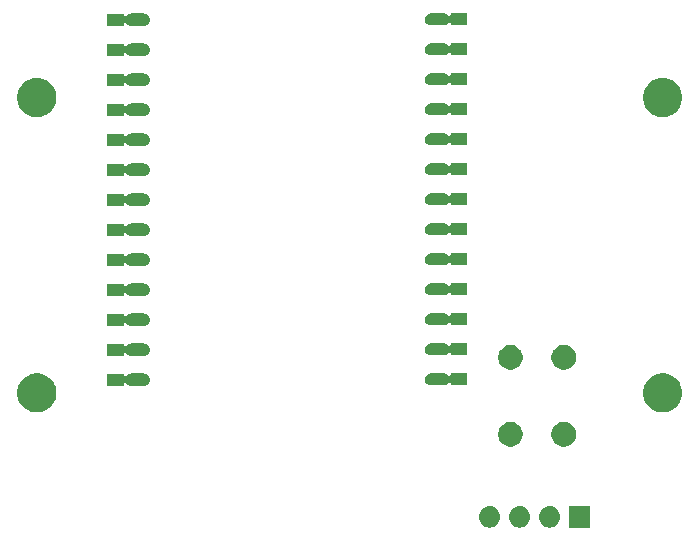
<source format=gbs>
G04 #@! TF.GenerationSoftware,KiCad,Pcbnew,(5.1.2-1)-1*
G04 #@! TF.CreationDate,2023-02-15T13:47:50+00:00*
G04 #@! TF.ProjectId,WT32-ETH01 Programmer,57543332-2d45-4544-9830-312050726f67,rev?*
G04 #@! TF.SameCoordinates,Original*
G04 #@! TF.FileFunction,Soldermask,Bot*
G04 #@! TF.FilePolarity,Negative*
%FSLAX46Y46*%
G04 Gerber Fmt 4.6, Leading zero omitted, Abs format (unit mm)*
G04 Created by KiCad (PCBNEW (5.1.2-1)-1) date 2023-02-15 13:47:50*
%MOMM*%
%LPD*%
G04 APERTURE LIST*
%ADD10C,0.100000*%
G04 APERTURE END LIST*
D10*
G36*
X164751000Y-105901000D02*
G01*
X162949000Y-105901000D01*
X162949000Y-104099000D01*
X164751000Y-104099000D01*
X164751000Y-105901000D01*
X164751000Y-105901000D01*
G37*
G36*
X161420442Y-104105518D02*
G01*
X161486627Y-104112037D01*
X161656466Y-104163557D01*
X161812991Y-104247222D01*
X161848729Y-104276552D01*
X161950186Y-104359814D01*
X162033448Y-104461271D01*
X162062778Y-104497009D01*
X162146443Y-104653534D01*
X162197963Y-104823373D01*
X162215359Y-105000000D01*
X162197963Y-105176627D01*
X162146443Y-105346466D01*
X162062778Y-105502991D01*
X162033448Y-105538729D01*
X161950186Y-105640186D01*
X161848729Y-105723448D01*
X161812991Y-105752778D01*
X161656466Y-105836443D01*
X161486627Y-105887963D01*
X161420442Y-105894482D01*
X161354260Y-105901000D01*
X161265740Y-105901000D01*
X161199558Y-105894482D01*
X161133373Y-105887963D01*
X160963534Y-105836443D01*
X160807009Y-105752778D01*
X160771271Y-105723448D01*
X160669814Y-105640186D01*
X160586552Y-105538729D01*
X160557222Y-105502991D01*
X160473557Y-105346466D01*
X160422037Y-105176627D01*
X160404641Y-105000000D01*
X160422037Y-104823373D01*
X160473557Y-104653534D01*
X160557222Y-104497009D01*
X160586552Y-104461271D01*
X160669814Y-104359814D01*
X160771271Y-104276552D01*
X160807009Y-104247222D01*
X160963534Y-104163557D01*
X161133373Y-104112037D01*
X161199558Y-104105518D01*
X161265740Y-104099000D01*
X161354260Y-104099000D01*
X161420442Y-104105518D01*
X161420442Y-104105518D01*
G37*
G36*
X158880442Y-104105518D02*
G01*
X158946627Y-104112037D01*
X159116466Y-104163557D01*
X159272991Y-104247222D01*
X159308729Y-104276552D01*
X159410186Y-104359814D01*
X159493448Y-104461271D01*
X159522778Y-104497009D01*
X159606443Y-104653534D01*
X159657963Y-104823373D01*
X159675359Y-105000000D01*
X159657963Y-105176627D01*
X159606443Y-105346466D01*
X159522778Y-105502991D01*
X159493448Y-105538729D01*
X159410186Y-105640186D01*
X159308729Y-105723448D01*
X159272991Y-105752778D01*
X159116466Y-105836443D01*
X158946627Y-105887963D01*
X158880442Y-105894482D01*
X158814260Y-105901000D01*
X158725740Y-105901000D01*
X158659558Y-105894482D01*
X158593373Y-105887963D01*
X158423534Y-105836443D01*
X158267009Y-105752778D01*
X158231271Y-105723448D01*
X158129814Y-105640186D01*
X158046552Y-105538729D01*
X158017222Y-105502991D01*
X157933557Y-105346466D01*
X157882037Y-105176627D01*
X157864641Y-105000000D01*
X157882037Y-104823373D01*
X157933557Y-104653534D01*
X158017222Y-104497009D01*
X158046552Y-104461271D01*
X158129814Y-104359814D01*
X158231271Y-104276552D01*
X158267009Y-104247222D01*
X158423534Y-104163557D01*
X158593373Y-104112037D01*
X158659558Y-104105518D01*
X158725740Y-104099000D01*
X158814260Y-104099000D01*
X158880442Y-104105518D01*
X158880442Y-104105518D01*
G37*
G36*
X156340442Y-104105518D02*
G01*
X156406627Y-104112037D01*
X156576466Y-104163557D01*
X156732991Y-104247222D01*
X156768729Y-104276552D01*
X156870186Y-104359814D01*
X156953448Y-104461271D01*
X156982778Y-104497009D01*
X157066443Y-104653534D01*
X157117963Y-104823373D01*
X157135359Y-105000000D01*
X157117963Y-105176627D01*
X157066443Y-105346466D01*
X156982778Y-105502991D01*
X156953448Y-105538729D01*
X156870186Y-105640186D01*
X156768729Y-105723448D01*
X156732991Y-105752778D01*
X156576466Y-105836443D01*
X156406627Y-105887963D01*
X156340442Y-105894482D01*
X156274260Y-105901000D01*
X156185740Y-105901000D01*
X156119558Y-105894482D01*
X156053373Y-105887963D01*
X155883534Y-105836443D01*
X155727009Y-105752778D01*
X155691271Y-105723448D01*
X155589814Y-105640186D01*
X155506552Y-105538729D01*
X155477222Y-105502991D01*
X155393557Y-105346466D01*
X155342037Y-105176627D01*
X155324641Y-105000000D01*
X155342037Y-104823373D01*
X155393557Y-104653534D01*
X155477222Y-104497009D01*
X155506552Y-104461271D01*
X155589814Y-104359814D01*
X155691271Y-104276552D01*
X155727009Y-104247222D01*
X155883534Y-104163557D01*
X156053373Y-104112037D01*
X156119558Y-104105518D01*
X156185740Y-104099000D01*
X156274260Y-104099000D01*
X156340442Y-104105518D01*
X156340442Y-104105518D01*
G37*
G36*
X162806564Y-96989389D02*
G01*
X162997833Y-97068615D01*
X162997835Y-97068616D01*
X163169973Y-97183635D01*
X163316365Y-97330027D01*
X163431385Y-97502167D01*
X163510611Y-97693436D01*
X163551000Y-97896484D01*
X163551000Y-98103516D01*
X163510611Y-98306564D01*
X163431385Y-98497833D01*
X163431384Y-98497835D01*
X163316365Y-98669973D01*
X163169973Y-98816365D01*
X162997835Y-98931384D01*
X162997834Y-98931385D01*
X162997833Y-98931385D01*
X162806564Y-99010611D01*
X162603516Y-99051000D01*
X162396484Y-99051000D01*
X162193436Y-99010611D01*
X162002167Y-98931385D01*
X162002166Y-98931385D01*
X162002165Y-98931384D01*
X161830027Y-98816365D01*
X161683635Y-98669973D01*
X161568616Y-98497835D01*
X161568615Y-98497833D01*
X161489389Y-98306564D01*
X161449000Y-98103516D01*
X161449000Y-97896484D01*
X161489389Y-97693436D01*
X161568615Y-97502167D01*
X161683635Y-97330027D01*
X161830027Y-97183635D01*
X162002165Y-97068616D01*
X162002167Y-97068615D01*
X162193436Y-96989389D01*
X162396484Y-96949000D01*
X162603516Y-96949000D01*
X162806564Y-96989389D01*
X162806564Y-96989389D01*
G37*
G36*
X158306564Y-96989389D02*
G01*
X158497833Y-97068615D01*
X158497835Y-97068616D01*
X158669973Y-97183635D01*
X158816365Y-97330027D01*
X158931385Y-97502167D01*
X159010611Y-97693436D01*
X159051000Y-97896484D01*
X159051000Y-98103516D01*
X159010611Y-98306564D01*
X158931385Y-98497833D01*
X158931384Y-98497835D01*
X158816365Y-98669973D01*
X158669973Y-98816365D01*
X158497835Y-98931384D01*
X158497834Y-98931385D01*
X158497833Y-98931385D01*
X158306564Y-99010611D01*
X158103516Y-99051000D01*
X157896484Y-99051000D01*
X157693436Y-99010611D01*
X157502167Y-98931385D01*
X157502166Y-98931385D01*
X157502165Y-98931384D01*
X157330027Y-98816365D01*
X157183635Y-98669973D01*
X157068616Y-98497835D01*
X157068615Y-98497833D01*
X156989389Y-98306564D01*
X156949000Y-98103516D01*
X156949000Y-97896484D01*
X156989389Y-97693436D01*
X157068615Y-97502167D01*
X157183635Y-97330027D01*
X157330027Y-97183635D01*
X157502165Y-97068616D01*
X157502167Y-97068615D01*
X157693436Y-96989389D01*
X157896484Y-96949000D01*
X158103516Y-96949000D01*
X158306564Y-96989389D01*
X158306564Y-96989389D01*
G37*
G36*
X171265256Y-92891298D02*
G01*
X171371579Y-92912447D01*
X171672042Y-93036903D01*
X171942451Y-93217585D01*
X172172415Y-93447549D01*
X172342109Y-93701514D01*
X172353098Y-93717960D01*
X172353463Y-93718841D01*
X172477553Y-94018421D01*
X172541000Y-94337391D01*
X172541000Y-94662609D01*
X172477553Y-94981579D01*
X172353097Y-95282042D01*
X172172415Y-95552451D01*
X171942451Y-95782415D01*
X171672042Y-95963097D01*
X171371579Y-96087553D01*
X171265256Y-96108702D01*
X171052611Y-96151000D01*
X170727389Y-96151000D01*
X170514744Y-96108702D01*
X170408421Y-96087553D01*
X170107958Y-95963097D01*
X169837549Y-95782415D01*
X169607585Y-95552451D01*
X169426903Y-95282042D01*
X169302447Y-94981579D01*
X169239000Y-94662609D01*
X169239000Y-94337391D01*
X169302447Y-94018421D01*
X169426537Y-93718841D01*
X169426902Y-93717960D01*
X169437891Y-93701514D01*
X169607585Y-93447549D01*
X169837549Y-93217585D01*
X170107958Y-93036903D01*
X170408421Y-92912447D01*
X170514744Y-92891298D01*
X170727389Y-92849000D01*
X171052611Y-92849000D01*
X171265256Y-92891298D01*
X171265256Y-92891298D01*
G37*
G36*
X118265256Y-92891298D02*
G01*
X118371579Y-92912447D01*
X118672042Y-93036903D01*
X118942451Y-93217585D01*
X119172415Y-93447549D01*
X119342109Y-93701514D01*
X119353098Y-93717960D01*
X119353463Y-93718841D01*
X119477553Y-94018421D01*
X119541000Y-94337391D01*
X119541000Y-94662609D01*
X119477553Y-94981579D01*
X119353097Y-95282042D01*
X119172415Y-95552451D01*
X118942451Y-95782415D01*
X118672042Y-95963097D01*
X118371579Y-96087553D01*
X118265256Y-96108702D01*
X118052611Y-96151000D01*
X117727389Y-96151000D01*
X117514744Y-96108702D01*
X117408421Y-96087553D01*
X117107958Y-95963097D01*
X116837549Y-95782415D01*
X116607585Y-95552451D01*
X116426903Y-95282042D01*
X116302447Y-94981579D01*
X116239000Y-94662609D01*
X116239000Y-94337391D01*
X116302447Y-94018421D01*
X116426537Y-93718841D01*
X116426902Y-93717960D01*
X116437891Y-93701514D01*
X116607585Y-93447549D01*
X116837549Y-93217585D01*
X117107958Y-93036903D01*
X117408421Y-92912447D01*
X117514744Y-92891298D01*
X117727389Y-92849000D01*
X118052611Y-92849000D01*
X118265256Y-92891298D01*
X118265256Y-92891298D01*
G37*
G36*
X127028114Y-92861611D02*
G01*
X127127265Y-92891688D01*
X127218644Y-92940531D01*
X127298738Y-93006262D01*
X127364469Y-93086356D01*
X127413312Y-93177735D01*
X127443389Y-93276886D01*
X127453545Y-93380000D01*
X127443389Y-93483114D01*
X127413312Y-93582265D01*
X127364469Y-93673644D01*
X127298738Y-93753738D01*
X127218644Y-93819469D01*
X127127265Y-93868312D01*
X127028114Y-93898389D01*
X126950839Y-93906000D01*
X125849161Y-93906000D01*
X125771886Y-93898389D01*
X125672735Y-93868312D01*
X125581356Y-93819469D01*
X125501262Y-93753738D01*
X125472614Y-93718830D01*
X125455297Y-93701513D01*
X125434923Y-93687900D01*
X125412284Y-93678522D01*
X125388251Y-93673742D01*
X125363747Y-93673742D01*
X125339713Y-93678523D01*
X125317075Y-93687900D01*
X125296700Y-93701514D01*
X125279373Y-93718841D01*
X125265760Y-93739215D01*
X125256382Y-93761854D01*
X125251000Y-93798139D01*
X125251000Y-93881000D01*
X123849000Y-93881000D01*
X123849000Y-92879000D01*
X125251000Y-92879000D01*
X125251000Y-92961861D01*
X125253402Y-92986247D01*
X125260515Y-93009696D01*
X125272066Y-93031307D01*
X125287611Y-93050249D01*
X125306553Y-93065794D01*
X125328164Y-93077345D01*
X125351613Y-93084458D01*
X125375999Y-93086860D01*
X125400385Y-93084458D01*
X125423834Y-93077345D01*
X125445445Y-93065794D01*
X125472617Y-93041167D01*
X125501262Y-93006262D01*
X125581356Y-92940531D01*
X125672735Y-92891688D01*
X125771886Y-92861611D01*
X125849161Y-92854000D01*
X126950839Y-92854000D01*
X127028114Y-92861611D01*
X127028114Y-92861611D01*
G37*
G36*
X152428114Y-92831611D02*
G01*
X152527265Y-92861688D01*
X152618644Y-92910531D01*
X152698738Y-92976262D01*
X152727386Y-93011170D01*
X152744703Y-93028487D01*
X152765077Y-93042100D01*
X152787716Y-93051478D01*
X152811749Y-93056258D01*
X152836253Y-93056258D01*
X152860287Y-93051477D01*
X152882925Y-93042100D01*
X152903300Y-93028486D01*
X152920627Y-93011159D01*
X152934240Y-92990785D01*
X152943618Y-92968146D01*
X152949000Y-92931861D01*
X152949000Y-92849000D01*
X154351000Y-92849000D01*
X154351000Y-93851000D01*
X152949000Y-93851000D01*
X152949000Y-93768139D01*
X152946598Y-93743753D01*
X152939485Y-93720304D01*
X152927934Y-93698693D01*
X152912389Y-93679751D01*
X152893447Y-93664206D01*
X152871836Y-93652655D01*
X152848387Y-93645542D01*
X152824001Y-93643140D01*
X152799615Y-93645542D01*
X152776166Y-93652655D01*
X152754555Y-93664206D01*
X152727383Y-93688833D01*
X152698738Y-93723738D01*
X152618644Y-93789469D01*
X152527265Y-93838312D01*
X152428114Y-93868389D01*
X152350839Y-93876000D01*
X151249161Y-93876000D01*
X151171886Y-93868389D01*
X151072735Y-93838312D01*
X150981356Y-93789469D01*
X150901262Y-93723738D01*
X150835531Y-93643644D01*
X150786688Y-93552265D01*
X150756611Y-93453114D01*
X150746455Y-93350000D01*
X150756611Y-93246886D01*
X150786688Y-93147735D01*
X150835531Y-93056356D01*
X150901262Y-92976262D01*
X150981356Y-92910531D01*
X151072735Y-92861688D01*
X151171886Y-92831611D01*
X151249161Y-92824000D01*
X152350839Y-92824000D01*
X152428114Y-92831611D01*
X152428114Y-92831611D01*
G37*
G36*
X158306564Y-90489389D02*
G01*
X158497833Y-90568615D01*
X158497835Y-90568616D01*
X158669973Y-90683635D01*
X158816365Y-90830027D01*
X158871881Y-90913112D01*
X158931385Y-91002167D01*
X159010611Y-91193436D01*
X159051000Y-91396484D01*
X159051000Y-91603516D01*
X159010611Y-91806564D01*
X158931385Y-91997833D01*
X158931384Y-91997835D01*
X158816365Y-92169973D01*
X158669973Y-92316365D01*
X158497835Y-92431384D01*
X158497834Y-92431385D01*
X158497833Y-92431385D01*
X158306564Y-92510611D01*
X158103516Y-92551000D01*
X157896484Y-92551000D01*
X157693436Y-92510611D01*
X157502167Y-92431385D01*
X157502166Y-92431385D01*
X157502165Y-92431384D01*
X157330027Y-92316365D01*
X157183635Y-92169973D01*
X157068616Y-91997835D01*
X157068615Y-91997833D01*
X156989389Y-91806564D01*
X156949000Y-91603516D01*
X156949000Y-91396484D01*
X156989389Y-91193436D01*
X157068615Y-91002167D01*
X157128120Y-90913112D01*
X157183635Y-90830027D01*
X157330027Y-90683635D01*
X157502165Y-90568616D01*
X157502167Y-90568615D01*
X157693436Y-90489389D01*
X157896484Y-90449000D01*
X158103516Y-90449000D01*
X158306564Y-90489389D01*
X158306564Y-90489389D01*
G37*
G36*
X162806564Y-90489389D02*
G01*
X162997833Y-90568615D01*
X162997835Y-90568616D01*
X163169973Y-90683635D01*
X163316365Y-90830027D01*
X163371881Y-90913112D01*
X163431385Y-91002167D01*
X163510611Y-91193436D01*
X163551000Y-91396484D01*
X163551000Y-91603516D01*
X163510611Y-91806564D01*
X163431385Y-91997833D01*
X163431384Y-91997835D01*
X163316365Y-92169973D01*
X163169973Y-92316365D01*
X162997835Y-92431384D01*
X162997834Y-92431385D01*
X162997833Y-92431385D01*
X162806564Y-92510611D01*
X162603516Y-92551000D01*
X162396484Y-92551000D01*
X162193436Y-92510611D01*
X162002167Y-92431385D01*
X162002166Y-92431385D01*
X162002165Y-92431384D01*
X161830027Y-92316365D01*
X161683635Y-92169973D01*
X161568616Y-91997835D01*
X161568615Y-91997833D01*
X161489389Y-91806564D01*
X161449000Y-91603516D01*
X161449000Y-91396484D01*
X161489389Y-91193436D01*
X161568615Y-91002167D01*
X161628120Y-90913112D01*
X161683635Y-90830027D01*
X161830027Y-90683635D01*
X162002165Y-90568616D01*
X162002167Y-90568615D01*
X162193436Y-90489389D01*
X162396484Y-90449000D01*
X162603516Y-90449000D01*
X162806564Y-90489389D01*
X162806564Y-90489389D01*
G37*
G36*
X127028114Y-90321611D02*
G01*
X127127265Y-90351688D01*
X127218644Y-90400531D01*
X127298738Y-90466262D01*
X127364469Y-90546356D01*
X127413312Y-90637735D01*
X127443389Y-90736886D01*
X127453545Y-90840000D01*
X127443389Y-90943114D01*
X127413312Y-91042265D01*
X127364469Y-91133644D01*
X127298738Y-91213738D01*
X127218644Y-91279469D01*
X127127265Y-91328312D01*
X127028114Y-91358389D01*
X126950839Y-91366000D01*
X125849161Y-91366000D01*
X125771886Y-91358389D01*
X125672735Y-91328312D01*
X125581356Y-91279469D01*
X125501262Y-91213738D01*
X125472614Y-91178830D01*
X125455297Y-91161513D01*
X125434923Y-91147900D01*
X125412284Y-91138522D01*
X125388251Y-91133742D01*
X125363747Y-91133742D01*
X125339713Y-91138523D01*
X125317075Y-91147900D01*
X125296700Y-91161514D01*
X125279373Y-91178841D01*
X125265760Y-91199215D01*
X125256382Y-91221854D01*
X125251000Y-91258139D01*
X125251000Y-91341000D01*
X123849000Y-91341000D01*
X123849000Y-90339000D01*
X125251000Y-90339000D01*
X125251000Y-90421861D01*
X125253402Y-90446247D01*
X125260515Y-90469696D01*
X125272066Y-90491307D01*
X125287611Y-90510249D01*
X125306553Y-90525794D01*
X125328164Y-90537345D01*
X125351613Y-90544458D01*
X125375999Y-90546860D01*
X125400385Y-90544458D01*
X125423834Y-90537345D01*
X125445445Y-90525794D01*
X125472617Y-90501167D01*
X125501262Y-90466262D01*
X125581356Y-90400531D01*
X125672735Y-90351688D01*
X125771886Y-90321611D01*
X125849161Y-90314000D01*
X126950839Y-90314000D01*
X127028114Y-90321611D01*
X127028114Y-90321611D01*
G37*
G36*
X152428114Y-90291611D02*
G01*
X152527265Y-90321688D01*
X152618644Y-90370531D01*
X152698738Y-90436262D01*
X152727386Y-90471170D01*
X152744703Y-90488487D01*
X152765077Y-90502100D01*
X152787716Y-90511478D01*
X152811749Y-90516258D01*
X152836253Y-90516258D01*
X152860287Y-90511477D01*
X152882925Y-90502100D01*
X152903300Y-90488486D01*
X152920627Y-90471159D01*
X152934240Y-90450785D01*
X152943618Y-90428146D01*
X152949000Y-90391861D01*
X152949000Y-90309000D01*
X154351000Y-90309000D01*
X154351000Y-91311000D01*
X152949000Y-91311000D01*
X152949000Y-91228139D01*
X152946598Y-91203753D01*
X152939485Y-91180304D01*
X152927934Y-91158693D01*
X152912389Y-91139751D01*
X152893447Y-91124206D01*
X152871836Y-91112655D01*
X152848387Y-91105542D01*
X152824001Y-91103140D01*
X152799615Y-91105542D01*
X152776166Y-91112655D01*
X152754555Y-91124206D01*
X152727383Y-91148833D01*
X152698738Y-91183738D01*
X152618644Y-91249469D01*
X152527265Y-91298312D01*
X152428114Y-91328389D01*
X152350839Y-91336000D01*
X151249161Y-91336000D01*
X151171886Y-91328389D01*
X151072735Y-91298312D01*
X150981356Y-91249469D01*
X150901262Y-91183738D01*
X150835531Y-91103644D01*
X150786688Y-91012265D01*
X150756611Y-90913114D01*
X150746455Y-90810000D01*
X150756611Y-90706886D01*
X150786688Y-90607735D01*
X150835531Y-90516356D01*
X150901262Y-90436262D01*
X150981356Y-90370531D01*
X151072735Y-90321688D01*
X151171886Y-90291611D01*
X151249161Y-90284000D01*
X152350839Y-90284000D01*
X152428114Y-90291611D01*
X152428114Y-90291611D01*
G37*
G36*
X127028114Y-87781611D02*
G01*
X127127265Y-87811688D01*
X127218644Y-87860531D01*
X127298738Y-87926262D01*
X127364469Y-88006356D01*
X127413312Y-88097735D01*
X127443389Y-88196886D01*
X127453545Y-88300000D01*
X127443389Y-88403114D01*
X127413312Y-88502265D01*
X127364469Y-88593644D01*
X127298738Y-88673738D01*
X127218644Y-88739469D01*
X127127265Y-88788312D01*
X127028114Y-88818389D01*
X126950839Y-88826000D01*
X125849161Y-88826000D01*
X125771886Y-88818389D01*
X125672735Y-88788312D01*
X125581356Y-88739469D01*
X125501262Y-88673738D01*
X125472614Y-88638830D01*
X125455297Y-88621513D01*
X125434923Y-88607900D01*
X125412284Y-88598522D01*
X125388251Y-88593742D01*
X125363747Y-88593742D01*
X125339713Y-88598523D01*
X125317075Y-88607900D01*
X125296700Y-88621514D01*
X125279373Y-88638841D01*
X125265760Y-88659215D01*
X125256382Y-88681854D01*
X125251000Y-88718139D01*
X125251000Y-88801000D01*
X123849000Y-88801000D01*
X123849000Y-87799000D01*
X125251000Y-87799000D01*
X125251000Y-87881861D01*
X125253402Y-87906247D01*
X125260515Y-87929696D01*
X125272066Y-87951307D01*
X125287611Y-87970249D01*
X125306553Y-87985794D01*
X125328164Y-87997345D01*
X125351613Y-88004458D01*
X125375999Y-88006860D01*
X125400385Y-88004458D01*
X125423834Y-87997345D01*
X125445445Y-87985794D01*
X125472617Y-87961167D01*
X125501262Y-87926262D01*
X125581356Y-87860531D01*
X125672735Y-87811688D01*
X125771886Y-87781611D01*
X125849161Y-87774000D01*
X126950839Y-87774000D01*
X127028114Y-87781611D01*
X127028114Y-87781611D01*
G37*
G36*
X152428114Y-87751611D02*
G01*
X152527265Y-87781688D01*
X152618644Y-87830531D01*
X152698738Y-87896262D01*
X152727386Y-87931170D01*
X152744703Y-87948487D01*
X152765077Y-87962100D01*
X152787716Y-87971478D01*
X152811749Y-87976258D01*
X152836253Y-87976258D01*
X152860287Y-87971477D01*
X152882925Y-87962100D01*
X152903300Y-87948486D01*
X152920627Y-87931159D01*
X152934240Y-87910785D01*
X152943618Y-87888146D01*
X152949000Y-87851861D01*
X152949000Y-87769000D01*
X154351000Y-87769000D01*
X154351000Y-88771000D01*
X152949000Y-88771000D01*
X152949000Y-88688139D01*
X152946598Y-88663753D01*
X152939485Y-88640304D01*
X152927934Y-88618693D01*
X152912389Y-88599751D01*
X152893447Y-88584206D01*
X152871836Y-88572655D01*
X152848387Y-88565542D01*
X152824001Y-88563140D01*
X152799615Y-88565542D01*
X152776166Y-88572655D01*
X152754555Y-88584206D01*
X152727383Y-88608833D01*
X152698738Y-88643738D01*
X152618644Y-88709469D01*
X152527265Y-88758312D01*
X152428114Y-88788389D01*
X152350839Y-88796000D01*
X151249161Y-88796000D01*
X151171886Y-88788389D01*
X151072735Y-88758312D01*
X150981356Y-88709469D01*
X150901262Y-88643738D01*
X150835531Y-88563644D01*
X150786688Y-88472265D01*
X150756611Y-88373114D01*
X150746455Y-88270000D01*
X150756611Y-88166886D01*
X150786688Y-88067735D01*
X150835531Y-87976356D01*
X150901262Y-87896262D01*
X150981356Y-87830531D01*
X151072735Y-87781688D01*
X151171886Y-87751611D01*
X151249161Y-87744000D01*
X152350839Y-87744000D01*
X152428114Y-87751611D01*
X152428114Y-87751611D01*
G37*
G36*
X127028114Y-85241611D02*
G01*
X127127265Y-85271688D01*
X127218644Y-85320531D01*
X127298738Y-85386262D01*
X127364469Y-85466356D01*
X127413312Y-85557735D01*
X127443389Y-85656886D01*
X127453545Y-85760000D01*
X127443389Y-85863114D01*
X127413312Y-85962265D01*
X127364469Y-86053644D01*
X127298738Y-86133738D01*
X127218644Y-86199469D01*
X127127265Y-86248312D01*
X127028114Y-86278389D01*
X126950839Y-86286000D01*
X125849161Y-86286000D01*
X125771886Y-86278389D01*
X125672735Y-86248312D01*
X125581356Y-86199469D01*
X125501262Y-86133738D01*
X125472614Y-86098830D01*
X125455297Y-86081513D01*
X125434923Y-86067900D01*
X125412284Y-86058522D01*
X125388251Y-86053742D01*
X125363747Y-86053742D01*
X125339713Y-86058523D01*
X125317075Y-86067900D01*
X125296700Y-86081514D01*
X125279373Y-86098841D01*
X125265760Y-86119215D01*
X125256382Y-86141854D01*
X125251000Y-86178139D01*
X125251000Y-86261000D01*
X123849000Y-86261000D01*
X123849000Y-85259000D01*
X125251000Y-85259000D01*
X125251000Y-85341861D01*
X125253402Y-85366247D01*
X125260515Y-85389696D01*
X125272066Y-85411307D01*
X125287611Y-85430249D01*
X125306553Y-85445794D01*
X125328164Y-85457345D01*
X125351613Y-85464458D01*
X125375999Y-85466860D01*
X125400385Y-85464458D01*
X125423834Y-85457345D01*
X125445445Y-85445794D01*
X125472617Y-85421167D01*
X125501262Y-85386262D01*
X125581356Y-85320531D01*
X125672735Y-85271688D01*
X125771886Y-85241611D01*
X125849161Y-85234000D01*
X126950839Y-85234000D01*
X127028114Y-85241611D01*
X127028114Y-85241611D01*
G37*
G36*
X152428114Y-85211611D02*
G01*
X152527265Y-85241688D01*
X152618644Y-85290531D01*
X152698738Y-85356262D01*
X152727386Y-85391170D01*
X152744703Y-85408487D01*
X152765077Y-85422100D01*
X152787716Y-85431478D01*
X152811749Y-85436258D01*
X152836253Y-85436258D01*
X152860287Y-85431477D01*
X152882925Y-85422100D01*
X152903300Y-85408486D01*
X152920627Y-85391159D01*
X152934240Y-85370785D01*
X152943618Y-85348146D01*
X152949000Y-85311861D01*
X152949000Y-85229000D01*
X154351000Y-85229000D01*
X154351000Y-86231000D01*
X152949000Y-86231000D01*
X152949000Y-86148139D01*
X152946598Y-86123753D01*
X152939485Y-86100304D01*
X152927934Y-86078693D01*
X152912389Y-86059751D01*
X152893447Y-86044206D01*
X152871836Y-86032655D01*
X152848387Y-86025542D01*
X152824001Y-86023140D01*
X152799615Y-86025542D01*
X152776166Y-86032655D01*
X152754555Y-86044206D01*
X152727383Y-86068833D01*
X152698738Y-86103738D01*
X152618644Y-86169469D01*
X152527265Y-86218312D01*
X152428114Y-86248389D01*
X152350839Y-86256000D01*
X151249161Y-86256000D01*
X151171886Y-86248389D01*
X151072735Y-86218312D01*
X150981356Y-86169469D01*
X150901262Y-86103738D01*
X150835531Y-86023644D01*
X150786688Y-85932265D01*
X150756611Y-85833114D01*
X150746455Y-85730000D01*
X150756611Y-85626886D01*
X150786688Y-85527735D01*
X150835531Y-85436356D01*
X150901262Y-85356262D01*
X150981356Y-85290531D01*
X151072735Y-85241688D01*
X151171886Y-85211611D01*
X151249161Y-85204000D01*
X152350839Y-85204000D01*
X152428114Y-85211611D01*
X152428114Y-85211611D01*
G37*
G36*
X127028114Y-82701611D02*
G01*
X127127265Y-82731688D01*
X127218644Y-82780531D01*
X127298738Y-82846262D01*
X127364469Y-82926356D01*
X127413312Y-83017735D01*
X127443389Y-83116886D01*
X127453545Y-83220000D01*
X127443389Y-83323114D01*
X127413312Y-83422265D01*
X127364469Y-83513644D01*
X127298738Y-83593738D01*
X127218644Y-83659469D01*
X127127265Y-83708312D01*
X127028114Y-83738389D01*
X126950839Y-83746000D01*
X125849161Y-83746000D01*
X125771886Y-83738389D01*
X125672735Y-83708312D01*
X125581356Y-83659469D01*
X125501262Y-83593738D01*
X125472614Y-83558830D01*
X125455297Y-83541513D01*
X125434923Y-83527900D01*
X125412284Y-83518522D01*
X125388251Y-83513742D01*
X125363747Y-83513742D01*
X125339713Y-83518523D01*
X125317075Y-83527900D01*
X125296700Y-83541514D01*
X125279373Y-83558841D01*
X125265760Y-83579215D01*
X125256382Y-83601854D01*
X125251000Y-83638139D01*
X125251000Y-83721000D01*
X123849000Y-83721000D01*
X123849000Y-82719000D01*
X125251000Y-82719000D01*
X125251000Y-82801861D01*
X125253402Y-82826247D01*
X125260515Y-82849696D01*
X125272066Y-82871307D01*
X125287611Y-82890249D01*
X125306553Y-82905794D01*
X125328164Y-82917345D01*
X125351613Y-82924458D01*
X125375999Y-82926860D01*
X125400385Y-82924458D01*
X125423834Y-82917345D01*
X125445445Y-82905794D01*
X125472617Y-82881167D01*
X125501262Y-82846262D01*
X125581356Y-82780531D01*
X125672735Y-82731688D01*
X125771886Y-82701611D01*
X125849161Y-82694000D01*
X126950839Y-82694000D01*
X127028114Y-82701611D01*
X127028114Y-82701611D01*
G37*
G36*
X152428114Y-82671611D02*
G01*
X152527265Y-82701688D01*
X152618644Y-82750531D01*
X152698738Y-82816262D01*
X152727386Y-82851170D01*
X152744703Y-82868487D01*
X152765077Y-82882100D01*
X152787716Y-82891478D01*
X152811749Y-82896258D01*
X152836253Y-82896258D01*
X152860287Y-82891477D01*
X152882925Y-82882100D01*
X152903300Y-82868486D01*
X152920627Y-82851159D01*
X152934240Y-82830785D01*
X152943618Y-82808146D01*
X152949000Y-82771861D01*
X152949000Y-82689000D01*
X154351000Y-82689000D01*
X154351000Y-83691000D01*
X152949000Y-83691000D01*
X152949000Y-83608139D01*
X152946598Y-83583753D01*
X152939485Y-83560304D01*
X152927934Y-83538693D01*
X152912389Y-83519751D01*
X152893447Y-83504206D01*
X152871836Y-83492655D01*
X152848387Y-83485542D01*
X152824001Y-83483140D01*
X152799615Y-83485542D01*
X152776166Y-83492655D01*
X152754555Y-83504206D01*
X152727383Y-83528833D01*
X152698738Y-83563738D01*
X152618644Y-83629469D01*
X152527265Y-83678312D01*
X152428114Y-83708389D01*
X152350839Y-83716000D01*
X151249161Y-83716000D01*
X151171886Y-83708389D01*
X151072735Y-83678312D01*
X150981356Y-83629469D01*
X150901262Y-83563738D01*
X150835531Y-83483644D01*
X150786688Y-83392265D01*
X150756611Y-83293114D01*
X150746455Y-83190000D01*
X150756611Y-83086886D01*
X150786688Y-82987735D01*
X150835531Y-82896356D01*
X150901262Y-82816262D01*
X150981356Y-82750531D01*
X151072735Y-82701688D01*
X151171886Y-82671611D01*
X151249161Y-82664000D01*
X152350839Y-82664000D01*
X152428114Y-82671611D01*
X152428114Y-82671611D01*
G37*
G36*
X127028114Y-80161611D02*
G01*
X127127265Y-80191688D01*
X127218644Y-80240531D01*
X127298738Y-80306262D01*
X127364469Y-80386356D01*
X127413312Y-80477735D01*
X127443389Y-80576886D01*
X127453545Y-80680000D01*
X127443389Y-80783114D01*
X127413312Y-80882265D01*
X127364469Y-80973644D01*
X127298738Y-81053738D01*
X127218644Y-81119469D01*
X127127265Y-81168312D01*
X127028114Y-81198389D01*
X126950839Y-81206000D01*
X125849161Y-81206000D01*
X125771886Y-81198389D01*
X125672735Y-81168312D01*
X125581356Y-81119469D01*
X125501262Y-81053738D01*
X125472614Y-81018830D01*
X125455297Y-81001513D01*
X125434923Y-80987900D01*
X125412284Y-80978522D01*
X125388251Y-80973742D01*
X125363747Y-80973742D01*
X125339713Y-80978523D01*
X125317075Y-80987900D01*
X125296700Y-81001514D01*
X125279373Y-81018841D01*
X125265760Y-81039215D01*
X125256382Y-81061854D01*
X125251000Y-81098139D01*
X125251000Y-81181000D01*
X123849000Y-81181000D01*
X123849000Y-80179000D01*
X125251000Y-80179000D01*
X125251000Y-80261861D01*
X125253402Y-80286247D01*
X125260515Y-80309696D01*
X125272066Y-80331307D01*
X125287611Y-80350249D01*
X125306553Y-80365794D01*
X125328164Y-80377345D01*
X125351613Y-80384458D01*
X125375999Y-80386860D01*
X125400385Y-80384458D01*
X125423834Y-80377345D01*
X125445445Y-80365794D01*
X125472617Y-80341167D01*
X125501262Y-80306262D01*
X125581356Y-80240531D01*
X125672735Y-80191688D01*
X125771886Y-80161611D01*
X125849161Y-80154000D01*
X126950839Y-80154000D01*
X127028114Y-80161611D01*
X127028114Y-80161611D01*
G37*
G36*
X152428114Y-80131611D02*
G01*
X152527265Y-80161688D01*
X152618644Y-80210531D01*
X152698738Y-80276262D01*
X152727386Y-80311170D01*
X152744703Y-80328487D01*
X152765077Y-80342100D01*
X152787716Y-80351478D01*
X152811749Y-80356258D01*
X152836253Y-80356258D01*
X152860287Y-80351477D01*
X152882925Y-80342100D01*
X152903300Y-80328486D01*
X152920627Y-80311159D01*
X152934240Y-80290785D01*
X152943618Y-80268146D01*
X152949000Y-80231861D01*
X152949000Y-80149000D01*
X154351000Y-80149000D01*
X154351000Y-81151000D01*
X152949000Y-81151000D01*
X152949000Y-81068139D01*
X152946598Y-81043753D01*
X152939485Y-81020304D01*
X152927934Y-80998693D01*
X152912389Y-80979751D01*
X152893447Y-80964206D01*
X152871836Y-80952655D01*
X152848387Y-80945542D01*
X152824001Y-80943140D01*
X152799615Y-80945542D01*
X152776166Y-80952655D01*
X152754555Y-80964206D01*
X152727383Y-80988833D01*
X152698738Y-81023738D01*
X152618644Y-81089469D01*
X152527265Y-81138312D01*
X152428114Y-81168389D01*
X152350839Y-81176000D01*
X151249161Y-81176000D01*
X151171886Y-81168389D01*
X151072735Y-81138312D01*
X150981356Y-81089469D01*
X150901262Y-81023738D01*
X150835531Y-80943644D01*
X150786688Y-80852265D01*
X150756611Y-80753114D01*
X150746455Y-80650000D01*
X150756611Y-80546886D01*
X150786688Y-80447735D01*
X150835531Y-80356356D01*
X150901262Y-80276262D01*
X150981356Y-80210531D01*
X151072735Y-80161688D01*
X151171886Y-80131611D01*
X151249161Y-80124000D01*
X152350839Y-80124000D01*
X152428114Y-80131611D01*
X152428114Y-80131611D01*
G37*
G36*
X127028114Y-77621611D02*
G01*
X127127265Y-77651688D01*
X127218644Y-77700531D01*
X127298738Y-77766262D01*
X127364469Y-77846356D01*
X127413312Y-77937735D01*
X127443389Y-78036886D01*
X127453545Y-78140000D01*
X127443389Y-78243114D01*
X127413312Y-78342265D01*
X127364469Y-78433644D01*
X127298738Y-78513738D01*
X127218644Y-78579469D01*
X127127265Y-78628312D01*
X127028114Y-78658389D01*
X126950839Y-78666000D01*
X125849161Y-78666000D01*
X125771886Y-78658389D01*
X125672735Y-78628312D01*
X125581356Y-78579469D01*
X125501262Y-78513738D01*
X125472614Y-78478830D01*
X125455297Y-78461513D01*
X125434923Y-78447900D01*
X125412284Y-78438522D01*
X125388251Y-78433742D01*
X125363747Y-78433742D01*
X125339713Y-78438523D01*
X125317075Y-78447900D01*
X125296700Y-78461514D01*
X125279373Y-78478841D01*
X125265760Y-78499215D01*
X125256382Y-78521854D01*
X125251000Y-78558139D01*
X125251000Y-78641000D01*
X123849000Y-78641000D01*
X123849000Y-77639000D01*
X125251000Y-77639000D01*
X125251000Y-77721861D01*
X125253402Y-77746247D01*
X125260515Y-77769696D01*
X125272066Y-77791307D01*
X125287611Y-77810249D01*
X125306553Y-77825794D01*
X125328164Y-77837345D01*
X125351613Y-77844458D01*
X125375999Y-77846860D01*
X125400385Y-77844458D01*
X125423834Y-77837345D01*
X125445445Y-77825794D01*
X125472617Y-77801167D01*
X125501262Y-77766262D01*
X125581356Y-77700531D01*
X125672735Y-77651688D01*
X125771886Y-77621611D01*
X125849161Y-77614000D01*
X126950839Y-77614000D01*
X127028114Y-77621611D01*
X127028114Y-77621611D01*
G37*
G36*
X152428114Y-77591611D02*
G01*
X152527265Y-77621688D01*
X152618644Y-77670531D01*
X152698738Y-77736262D01*
X152727386Y-77771170D01*
X152744703Y-77788487D01*
X152765077Y-77802100D01*
X152787716Y-77811478D01*
X152811749Y-77816258D01*
X152836253Y-77816258D01*
X152860287Y-77811477D01*
X152882925Y-77802100D01*
X152903300Y-77788486D01*
X152920627Y-77771159D01*
X152934240Y-77750785D01*
X152943618Y-77728146D01*
X152949000Y-77691861D01*
X152949000Y-77609000D01*
X154351000Y-77609000D01*
X154351000Y-78611000D01*
X152949000Y-78611000D01*
X152949000Y-78528139D01*
X152946598Y-78503753D01*
X152939485Y-78480304D01*
X152927934Y-78458693D01*
X152912389Y-78439751D01*
X152893447Y-78424206D01*
X152871836Y-78412655D01*
X152848387Y-78405542D01*
X152824001Y-78403140D01*
X152799615Y-78405542D01*
X152776166Y-78412655D01*
X152754555Y-78424206D01*
X152727383Y-78448833D01*
X152698738Y-78483738D01*
X152618644Y-78549469D01*
X152527265Y-78598312D01*
X152428114Y-78628389D01*
X152350839Y-78636000D01*
X151249161Y-78636000D01*
X151171886Y-78628389D01*
X151072735Y-78598312D01*
X150981356Y-78549469D01*
X150901262Y-78483738D01*
X150835531Y-78403644D01*
X150786688Y-78312265D01*
X150756611Y-78213114D01*
X150746455Y-78110000D01*
X150756611Y-78006886D01*
X150786688Y-77907735D01*
X150835531Y-77816356D01*
X150901262Y-77736262D01*
X150981356Y-77670531D01*
X151072735Y-77621688D01*
X151171886Y-77591611D01*
X151249161Y-77584000D01*
X152350839Y-77584000D01*
X152428114Y-77591611D01*
X152428114Y-77591611D01*
G37*
G36*
X127028114Y-75081611D02*
G01*
X127127265Y-75111688D01*
X127218644Y-75160531D01*
X127298738Y-75226262D01*
X127364469Y-75306356D01*
X127413312Y-75397735D01*
X127443389Y-75496886D01*
X127453545Y-75600000D01*
X127443389Y-75703114D01*
X127413312Y-75802265D01*
X127364469Y-75893644D01*
X127298738Y-75973738D01*
X127218644Y-76039469D01*
X127127265Y-76088312D01*
X127028114Y-76118389D01*
X126950839Y-76126000D01*
X125849161Y-76126000D01*
X125771886Y-76118389D01*
X125672735Y-76088312D01*
X125581356Y-76039469D01*
X125501262Y-75973738D01*
X125472614Y-75938830D01*
X125455297Y-75921513D01*
X125434923Y-75907900D01*
X125412284Y-75898522D01*
X125388251Y-75893742D01*
X125363747Y-75893742D01*
X125339713Y-75898523D01*
X125317075Y-75907900D01*
X125296700Y-75921514D01*
X125279373Y-75938841D01*
X125265760Y-75959215D01*
X125256382Y-75981854D01*
X125251000Y-76018139D01*
X125251000Y-76101000D01*
X123849000Y-76101000D01*
X123849000Y-75099000D01*
X125251000Y-75099000D01*
X125251000Y-75181861D01*
X125253402Y-75206247D01*
X125260515Y-75229696D01*
X125272066Y-75251307D01*
X125287611Y-75270249D01*
X125306553Y-75285794D01*
X125328164Y-75297345D01*
X125351613Y-75304458D01*
X125375999Y-75306860D01*
X125400385Y-75304458D01*
X125423834Y-75297345D01*
X125445445Y-75285794D01*
X125472617Y-75261167D01*
X125501262Y-75226262D01*
X125581356Y-75160531D01*
X125672735Y-75111688D01*
X125771886Y-75081611D01*
X125849161Y-75074000D01*
X126950839Y-75074000D01*
X127028114Y-75081611D01*
X127028114Y-75081611D01*
G37*
G36*
X152428114Y-75051611D02*
G01*
X152527265Y-75081688D01*
X152618644Y-75130531D01*
X152698738Y-75196262D01*
X152727386Y-75231170D01*
X152744703Y-75248487D01*
X152765077Y-75262100D01*
X152787716Y-75271478D01*
X152811749Y-75276258D01*
X152836253Y-75276258D01*
X152860287Y-75271477D01*
X152882925Y-75262100D01*
X152903300Y-75248486D01*
X152920627Y-75231159D01*
X152934240Y-75210785D01*
X152943618Y-75188146D01*
X152949000Y-75151861D01*
X152949000Y-75069000D01*
X154351000Y-75069000D01*
X154351000Y-76071000D01*
X152949000Y-76071000D01*
X152949000Y-75988139D01*
X152946598Y-75963753D01*
X152939485Y-75940304D01*
X152927934Y-75918693D01*
X152912389Y-75899751D01*
X152893447Y-75884206D01*
X152871836Y-75872655D01*
X152848387Y-75865542D01*
X152824001Y-75863140D01*
X152799615Y-75865542D01*
X152776166Y-75872655D01*
X152754555Y-75884206D01*
X152727383Y-75908833D01*
X152698738Y-75943738D01*
X152618644Y-76009469D01*
X152527265Y-76058312D01*
X152428114Y-76088389D01*
X152350839Y-76096000D01*
X151249161Y-76096000D01*
X151171886Y-76088389D01*
X151072735Y-76058312D01*
X150981356Y-76009469D01*
X150901262Y-75943738D01*
X150835531Y-75863644D01*
X150786688Y-75772265D01*
X150756611Y-75673114D01*
X150746455Y-75570000D01*
X150756611Y-75466886D01*
X150786688Y-75367735D01*
X150835531Y-75276356D01*
X150901262Y-75196262D01*
X150981356Y-75130531D01*
X151072735Y-75081688D01*
X151171886Y-75051611D01*
X151249161Y-75044000D01*
X152350839Y-75044000D01*
X152428114Y-75051611D01*
X152428114Y-75051611D01*
G37*
G36*
X127028114Y-72541611D02*
G01*
X127127265Y-72571688D01*
X127218644Y-72620531D01*
X127298738Y-72686262D01*
X127364469Y-72766356D01*
X127413312Y-72857735D01*
X127443389Y-72956886D01*
X127453545Y-73060000D01*
X127443389Y-73163114D01*
X127413312Y-73262265D01*
X127364469Y-73353644D01*
X127298738Y-73433738D01*
X127218644Y-73499469D01*
X127127265Y-73548312D01*
X127028114Y-73578389D01*
X126950839Y-73586000D01*
X125849161Y-73586000D01*
X125771886Y-73578389D01*
X125672735Y-73548312D01*
X125581356Y-73499469D01*
X125501262Y-73433738D01*
X125472614Y-73398830D01*
X125455297Y-73381513D01*
X125434923Y-73367900D01*
X125412284Y-73358522D01*
X125388251Y-73353742D01*
X125363747Y-73353742D01*
X125339713Y-73358523D01*
X125317075Y-73367900D01*
X125296700Y-73381514D01*
X125279373Y-73398841D01*
X125265760Y-73419215D01*
X125256382Y-73441854D01*
X125251000Y-73478139D01*
X125251000Y-73561000D01*
X123849000Y-73561000D01*
X123849000Y-72559000D01*
X125251000Y-72559000D01*
X125251000Y-72641861D01*
X125253402Y-72666247D01*
X125260515Y-72689696D01*
X125272066Y-72711307D01*
X125287611Y-72730249D01*
X125306553Y-72745794D01*
X125328164Y-72757345D01*
X125351613Y-72764458D01*
X125375999Y-72766860D01*
X125400385Y-72764458D01*
X125423834Y-72757345D01*
X125445445Y-72745794D01*
X125472617Y-72721167D01*
X125501262Y-72686262D01*
X125581356Y-72620531D01*
X125672735Y-72571688D01*
X125771886Y-72541611D01*
X125849161Y-72534000D01*
X126950839Y-72534000D01*
X127028114Y-72541611D01*
X127028114Y-72541611D01*
G37*
G36*
X152428114Y-72511611D02*
G01*
X152527265Y-72541688D01*
X152618644Y-72590531D01*
X152698738Y-72656262D01*
X152727386Y-72691170D01*
X152744703Y-72708487D01*
X152765077Y-72722100D01*
X152787716Y-72731478D01*
X152811749Y-72736258D01*
X152836253Y-72736258D01*
X152860287Y-72731477D01*
X152882925Y-72722100D01*
X152903300Y-72708486D01*
X152920627Y-72691159D01*
X152934240Y-72670785D01*
X152943618Y-72648146D01*
X152949000Y-72611861D01*
X152949000Y-72529000D01*
X154351000Y-72529000D01*
X154351000Y-73531000D01*
X152949000Y-73531000D01*
X152949000Y-73448139D01*
X152946598Y-73423753D01*
X152939485Y-73400304D01*
X152927934Y-73378693D01*
X152912389Y-73359751D01*
X152893447Y-73344206D01*
X152871836Y-73332655D01*
X152848387Y-73325542D01*
X152824001Y-73323140D01*
X152799615Y-73325542D01*
X152776166Y-73332655D01*
X152754555Y-73344206D01*
X152727383Y-73368833D01*
X152698738Y-73403738D01*
X152618644Y-73469469D01*
X152527265Y-73518312D01*
X152428114Y-73548389D01*
X152350839Y-73556000D01*
X151249161Y-73556000D01*
X151171886Y-73548389D01*
X151072735Y-73518312D01*
X150981356Y-73469469D01*
X150901262Y-73403738D01*
X150835531Y-73323644D01*
X150786688Y-73232265D01*
X150756611Y-73133114D01*
X150746455Y-73030000D01*
X150756611Y-72926886D01*
X150786688Y-72827735D01*
X150835531Y-72736356D01*
X150901262Y-72656262D01*
X150981356Y-72590531D01*
X151072735Y-72541688D01*
X151171886Y-72511611D01*
X151249161Y-72504000D01*
X152350839Y-72504000D01*
X152428114Y-72511611D01*
X152428114Y-72511611D01*
G37*
G36*
X171192802Y-67876886D02*
G01*
X171371579Y-67912447D01*
X171672042Y-68036903D01*
X171942451Y-68217585D01*
X172172415Y-68447549D01*
X172353097Y-68717958D01*
X172477553Y-69018421D01*
X172541000Y-69337391D01*
X172541000Y-69662609D01*
X172477553Y-69981579D01*
X172353097Y-70282042D01*
X172172415Y-70552451D01*
X171942451Y-70782415D01*
X171672042Y-70963097D01*
X171371579Y-71087553D01*
X171265256Y-71108702D01*
X171052611Y-71151000D01*
X170727389Y-71151000D01*
X170514744Y-71108702D01*
X170408421Y-71087553D01*
X170107958Y-70963097D01*
X169837549Y-70782415D01*
X169607585Y-70552451D01*
X169426903Y-70282042D01*
X169302447Y-69981579D01*
X169239000Y-69662609D01*
X169239000Y-69337391D01*
X169302447Y-69018421D01*
X169426903Y-68717958D01*
X169607585Y-68447549D01*
X169837549Y-68217585D01*
X170107958Y-68036903D01*
X170408421Y-67912447D01*
X170587198Y-67876886D01*
X170727389Y-67849000D01*
X171052611Y-67849000D01*
X171192802Y-67876886D01*
X171192802Y-67876886D01*
G37*
G36*
X118192802Y-67876886D02*
G01*
X118371579Y-67912447D01*
X118672042Y-68036903D01*
X118942451Y-68217585D01*
X119172415Y-68447549D01*
X119353097Y-68717958D01*
X119477553Y-69018421D01*
X119541000Y-69337391D01*
X119541000Y-69662609D01*
X119477553Y-69981579D01*
X119353097Y-70282042D01*
X119172415Y-70552451D01*
X118942451Y-70782415D01*
X118672042Y-70963097D01*
X118371579Y-71087553D01*
X118265256Y-71108702D01*
X118052611Y-71151000D01*
X117727389Y-71151000D01*
X117514744Y-71108702D01*
X117408421Y-71087553D01*
X117107958Y-70963097D01*
X116837549Y-70782415D01*
X116607585Y-70552451D01*
X116426903Y-70282042D01*
X116302447Y-69981579D01*
X116239000Y-69662609D01*
X116239000Y-69337391D01*
X116302447Y-69018421D01*
X116426903Y-68717958D01*
X116607585Y-68447549D01*
X116837549Y-68217585D01*
X117107958Y-68036903D01*
X117408421Y-67912447D01*
X117587198Y-67876886D01*
X117727389Y-67849000D01*
X118052611Y-67849000D01*
X118192802Y-67876886D01*
X118192802Y-67876886D01*
G37*
G36*
X127028114Y-70001611D02*
G01*
X127127265Y-70031688D01*
X127218644Y-70080531D01*
X127298738Y-70146262D01*
X127364469Y-70226356D01*
X127413312Y-70317735D01*
X127443389Y-70416886D01*
X127453545Y-70520000D01*
X127443389Y-70623114D01*
X127413312Y-70722265D01*
X127364469Y-70813644D01*
X127298738Y-70893738D01*
X127218644Y-70959469D01*
X127127265Y-71008312D01*
X127028114Y-71038389D01*
X126950839Y-71046000D01*
X125849161Y-71046000D01*
X125771886Y-71038389D01*
X125672735Y-71008312D01*
X125581356Y-70959469D01*
X125501262Y-70893738D01*
X125472614Y-70858830D01*
X125455297Y-70841513D01*
X125434923Y-70827900D01*
X125412284Y-70818522D01*
X125388251Y-70813742D01*
X125363747Y-70813742D01*
X125339713Y-70818523D01*
X125317075Y-70827900D01*
X125296700Y-70841514D01*
X125279373Y-70858841D01*
X125265760Y-70879215D01*
X125256382Y-70901854D01*
X125251000Y-70938139D01*
X125251000Y-71021000D01*
X123849000Y-71021000D01*
X123849000Y-70019000D01*
X125251000Y-70019000D01*
X125251000Y-70101861D01*
X125253402Y-70126247D01*
X125260515Y-70149696D01*
X125272066Y-70171307D01*
X125287611Y-70190249D01*
X125306553Y-70205794D01*
X125328164Y-70217345D01*
X125351613Y-70224458D01*
X125375999Y-70226860D01*
X125400385Y-70224458D01*
X125423834Y-70217345D01*
X125445445Y-70205794D01*
X125472617Y-70181167D01*
X125501262Y-70146262D01*
X125581356Y-70080531D01*
X125672735Y-70031688D01*
X125771886Y-70001611D01*
X125849161Y-69994000D01*
X126950839Y-69994000D01*
X127028114Y-70001611D01*
X127028114Y-70001611D01*
G37*
G36*
X152428114Y-69971611D02*
G01*
X152527265Y-70001688D01*
X152618644Y-70050531D01*
X152698738Y-70116262D01*
X152727386Y-70151170D01*
X152744703Y-70168487D01*
X152765077Y-70182100D01*
X152787716Y-70191478D01*
X152811749Y-70196258D01*
X152836253Y-70196258D01*
X152860287Y-70191477D01*
X152882925Y-70182100D01*
X152903300Y-70168486D01*
X152920627Y-70151159D01*
X152934240Y-70130785D01*
X152943618Y-70108146D01*
X152949000Y-70071861D01*
X152949000Y-69989000D01*
X154351000Y-69989000D01*
X154351000Y-70991000D01*
X152949000Y-70991000D01*
X152949000Y-70908139D01*
X152946598Y-70883753D01*
X152939485Y-70860304D01*
X152927934Y-70838693D01*
X152912389Y-70819751D01*
X152893447Y-70804206D01*
X152871836Y-70792655D01*
X152848387Y-70785542D01*
X152824001Y-70783140D01*
X152799615Y-70785542D01*
X152776166Y-70792655D01*
X152754555Y-70804206D01*
X152727383Y-70828833D01*
X152698738Y-70863738D01*
X152618644Y-70929469D01*
X152527265Y-70978312D01*
X152428114Y-71008389D01*
X152350839Y-71016000D01*
X151249161Y-71016000D01*
X151171886Y-71008389D01*
X151072735Y-70978312D01*
X150981356Y-70929469D01*
X150901262Y-70863738D01*
X150835531Y-70783644D01*
X150786688Y-70692265D01*
X150756611Y-70593114D01*
X150746455Y-70490000D01*
X150756611Y-70386886D01*
X150786688Y-70287735D01*
X150835531Y-70196356D01*
X150901262Y-70116262D01*
X150981356Y-70050531D01*
X151072735Y-70001688D01*
X151171886Y-69971611D01*
X151249161Y-69964000D01*
X152350839Y-69964000D01*
X152428114Y-69971611D01*
X152428114Y-69971611D01*
G37*
G36*
X127028114Y-67461611D02*
G01*
X127127265Y-67491688D01*
X127218644Y-67540531D01*
X127298738Y-67606262D01*
X127364469Y-67686356D01*
X127413312Y-67777735D01*
X127443389Y-67876886D01*
X127453545Y-67980000D01*
X127443389Y-68083114D01*
X127413312Y-68182265D01*
X127364469Y-68273644D01*
X127298738Y-68353738D01*
X127218644Y-68419469D01*
X127127265Y-68468312D01*
X127028114Y-68498389D01*
X126950839Y-68506000D01*
X125849161Y-68506000D01*
X125771886Y-68498389D01*
X125672735Y-68468312D01*
X125581356Y-68419469D01*
X125501262Y-68353738D01*
X125472614Y-68318830D01*
X125455297Y-68301513D01*
X125434923Y-68287900D01*
X125412284Y-68278522D01*
X125388251Y-68273742D01*
X125363747Y-68273742D01*
X125339713Y-68278523D01*
X125317075Y-68287900D01*
X125296700Y-68301514D01*
X125279373Y-68318841D01*
X125265760Y-68339215D01*
X125256382Y-68361854D01*
X125251000Y-68398139D01*
X125251000Y-68481000D01*
X123849000Y-68481000D01*
X123849000Y-67479000D01*
X125251000Y-67479000D01*
X125251000Y-67561861D01*
X125253402Y-67586247D01*
X125260515Y-67609696D01*
X125272066Y-67631307D01*
X125287611Y-67650249D01*
X125306553Y-67665794D01*
X125328164Y-67677345D01*
X125351613Y-67684458D01*
X125375999Y-67686860D01*
X125400385Y-67684458D01*
X125423834Y-67677345D01*
X125445445Y-67665794D01*
X125472617Y-67641167D01*
X125501262Y-67606262D01*
X125581356Y-67540531D01*
X125672735Y-67491688D01*
X125771886Y-67461611D01*
X125849161Y-67454000D01*
X126950839Y-67454000D01*
X127028114Y-67461611D01*
X127028114Y-67461611D01*
G37*
G36*
X152428114Y-67431611D02*
G01*
X152527265Y-67461688D01*
X152618644Y-67510531D01*
X152698738Y-67576262D01*
X152727386Y-67611170D01*
X152744703Y-67628487D01*
X152765077Y-67642100D01*
X152787716Y-67651478D01*
X152811749Y-67656258D01*
X152836253Y-67656258D01*
X152860287Y-67651477D01*
X152882925Y-67642100D01*
X152903300Y-67628486D01*
X152920627Y-67611159D01*
X152934240Y-67590785D01*
X152943618Y-67568146D01*
X152949000Y-67531861D01*
X152949000Y-67449000D01*
X154351000Y-67449000D01*
X154351000Y-68451000D01*
X152949000Y-68451000D01*
X152949000Y-68368139D01*
X152946598Y-68343753D01*
X152939485Y-68320304D01*
X152927934Y-68298693D01*
X152912389Y-68279751D01*
X152893447Y-68264206D01*
X152871836Y-68252655D01*
X152848387Y-68245542D01*
X152824001Y-68243140D01*
X152799615Y-68245542D01*
X152776166Y-68252655D01*
X152754555Y-68264206D01*
X152727383Y-68288833D01*
X152698738Y-68323738D01*
X152618644Y-68389469D01*
X152527265Y-68438312D01*
X152428114Y-68468389D01*
X152350839Y-68476000D01*
X151249161Y-68476000D01*
X151171886Y-68468389D01*
X151072735Y-68438312D01*
X150981356Y-68389469D01*
X150901262Y-68323738D01*
X150835531Y-68243644D01*
X150786688Y-68152265D01*
X150756611Y-68053114D01*
X150746455Y-67950000D01*
X150756611Y-67846886D01*
X150786688Y-67747735D01*
X150835531Y-67656356D01*
X150901262Y-67576262D01*
X150981356Y-67510531D01*
X151072735Y-67461688D01*
X151171886Y-67431611D01*
X151249161Y-67424000D01*
X152350839Y-67424000D01*
X152428114Y-67431611D01*
X152428114Y-67431611D01*
G37*
G36*
X127028114Y-64921611D02*
G01*
X127127265Y-64951688D01*
X127218644Y-65000531D01*
X127298738Y-65066262D01*
X127364469Y-65146356D01*
X127413312Y-65237735D01*
X127443389Y-65336886D01*
X127453545Y-65440000D01*
X127443389Y-65543114D01*
X127413312Y-65642265D01*
X127364469Y-65733644D01*
X127298738Y-65813738D01*
X127218644Y-65879469D01*
X127127265Y-65928312D01*
X127028114Y-65958389D01*
X126950839Y-65966000D01*
X125849161Y-65966000D01*
X125771886Y-65958389D01*
X125672735Y-65928312D01*
X125581356Y-65879469D01*
X125501262Y-65813738D01*
X125472614Y-65778830D01*
X125455297Y-65761513D01*
X125434923Y-65747900D01*
X125412284Y-65738522D01*
X125388251Y-65733742D01*
X125363747Y-65733742D01*
X125339713Y-65738523D01*
X125317075Y-65747900D01*
X125296700Y-65761514D01*
X125279373Y-65778841D01*
X125265760Y-65799215D01*
X125256382Y-65821854D01*
X125251000Y-65858139D01*
X125251000Y-65941000D01*
X123849000Y-65941000D01*
X123849000Y-64939000D01*
X125251000Y-64939000D01*
X125251000Y-65021861D01*
X125253402Y-65046247D01*
X125260515Y-65069696D01*
X125272066Y-65091307D01*
X125287611Y-65110249D01*
X125306553Y-65125794D01*
X125328164Y-65137345D01*
X125351613Y-65144458D01*
X125375999Y-65146860D01*
X125400385Y-65144458D01*
X125423834Y-65137345D01*
X125445445Y-65125794D01*
X125472617Y-65101167D01*
X125501262Y-65066262D01*
X125581356Y-65000531D01*
X125672735Y-64951688D01*
X125771886Y-64921611D01*
X125849161Y-64914000D01*
X126950839Y-64914000D01*
X127028114Y-64921611D01*
X127028114Y-64921611D01*
G37*
G36*
X152428114Y-64891611D02*
G01*
X152527265Y-64921688D01*
X152618644Y-64970531D01*
X152698738Y-65036262D01*
X152727386Y-65071170D01*
X152744703Y-65088487D01*
X152765077Y-65102100D01*
X152787716Y-65111478D01*
X152811749Y-65116258D01*
X152836253Y-65116258D01*
X152860287Y-65111477D01*
X152882925Y-65102100D01*
X152903300Y-65088486D01*
X152920627Y-65071159D01*
X152934240Y-65050785D01*
X152943618Y-65028146D01*
X152949000Y-64991861D01*
X152949000Y-64909000D01*
X154351000Y-64909000D01*
X154351000Y-65911000D01*
X152949000Y-65911000D01*
X152949000Y-65828139D01*
X152946598Y-65803753D01*
X152939485Y-65780304D01*
X152927934Y-65758693D01*
X152912389Y-65739751D01*
X152893447Y-65724206D01*
X152871836Y-65712655D01*
X152848387Y-65705542D01*
X152824001Y-65703140D01*
X152799615Y-65705542D01*
X152776166Y-65712655D01*
X152754555Y-65724206D01*
X152727383Y-65748833D01*
X152698738Y-65783738D01*
X152618644Y-65849469D01*
X152527265Y-65898312D01*
X152428114Y-65928389D01*
X152350839Y-65936000D01*
X151249161Y-65936000D01*
X151171886Y-65928389D01*
X151072735Y-65898312D01*
X150981356Y-65849469D01*
X150901262Y-65783738D01*
X150835531Y-65703644D01*
X150786688Y-65612265D01*
X150756611Y-65513114D01*
X150746455Y-65410000D01*
X150756611Y-65306886D01*
X150786688Y-65207735D01*
X150835531Y-65116356D01*
X150901262Y-65036262D01*
X150981356Y-64970531D01*
X151072735Y-64921688D01*
X151171886Y-64891611D01*
X151249161Y-64884000D01*
X152350839Y-64884000D01*
X152428114Y-64891611D01*
X152428114Y-64891611D01*
G37*
G36*
X127028114Y-62381611D02*
G01*
X127127265Y-62411688D01*
X127218644Y-62460531D01*
X127298738Y-62526262D01*
X127364469Y-62606356D01*
X127413312Y-62697735D01*
X127443389Y-62796886D01*
X127453545Y-62900000D01*
X127443389Y-63003114D01*
X127413312Y-63102265D01*
X127364469Y-63193644D01*
X127298738Y-63273738D01*
X127218644Y-63339469D01*
X127127265Y-63388312D01*
X127028114Y-63418389D01*
X126950839Y-63426000D01*
X125849161Y-63426000D01*
X125771886Y-63418389D01*
X125672735Y-63388312D01*
X125581356Y-63339469D01*
X125501262Y-63273738D01*
X125472614Y-63238830D01*
X125455297Y-63221513D01*
X125434923Y-63207900D01*
X125412284Y-63198522D01*
X125388251Y-63193742D01*
X125363747Y-63193742D01*
X125339713Y-63198523D01*
X125317075Y-63207900D01*
X125296700Y-63221514D01*
X125279373Y-63238841D01*
X125265760Y-63259215D01*
X125256382Y-63281854D01*
X125251000Y-63318139D01*
X125251000Y-63401000D01*
X123849000Y-63401000D01*
X123849000Y-62399000D01*
X125251000Y-62399000D01*
X125251000Y-62481861D01*
X125253402Y-62506247D01*
X125260515Y-62529696D01*
X125272066Y-62551307D01*
X125287611Y-62570249D01*
X125306553Y-62585794D01*
X125328164Y-62597345D01*
X125351613Y-62604458D01*
X125375999Y-62606860D01*
X125400385Y-62604458D01*
X125423834Y-62597345D01*
X125445445Y-62585794D01*
X125472617Y-62561167D01*
X125501262Y-62526262D01*
X125581356Y-62460531D01*
X125672735Y-62411688D01*
X125771886Y-62381611D01*
X125849161Y-62374000D01*
X126950839Y-62374000D01*
X127028114Y-62381611D01*
X127028114Y-62381611D01*
G37*
G36*
X152428114Y-62351611D02*
G01*
X152527265Y-62381688D01*
X152618644Y-62430531D01*
X152698738Y-62496262D01*
X152727386Y-62531170D01*
X152744703Y-62548487D01*
X152765077Y-62562100D01*
X152787716Y-62571478D01*
X152811749Y-62576258D01*
X152836253Y-62576258D01*
X152860287Y-62571477D01*
X152882925Y-62562100D01*
X152903300Y-62548486D01*
X152920627Y-62531159D01*
X152934240Y-62510785D01*
X152943618Y-62488146D01*
X152949000Y-62451861D01*
X152949000Y-62369000D01*
X154351000Y-62369000D01*
X154351000Y-63371000D01*
X152949000Y-63371000D01*
X152949000Y-63288139D01*
X152946598Y-63263753D01*
X152939485Y-63240304D01*
X152927934Y-63218693D01*
X152912389Y-63199751D01*
X152893447Y-63184206D01*
X152871836Y-63172655D01*
X152848387Y-63165542D01*
X152824001Y-63163140D01*
X152799615Y-63165542D01*
X152776166Y-63172655D01*
X152754555Y-63184206D01*
X152727383Y-63208833D01*
X152698738Y-63243738D01*
X152618644Y-63309469D01*
X152527265Y-63358312D01*
X152428114Y-63388389D01*
X152350839Y-63396000D01*
X151249161Y-63396000D01*
X151171886Y-63388389D01*
X151072735Y-63358312D01*
X150981356Y-63309469D01*
X150901262Y-63243738D01*
X150835531Y-63163644D01*
X150786688Y-63072265D01*
X150756611Y-62973114D01*
X150746455Y-62870000D01*
X150756611Y-62766886D01*
X150786688Y-62667735D01*
X150835531Y-62576356D01*
X150901262Y-62496262D01*
X150981356Y-62430531D01*
X151072735Y-62381688D01*
X151171886Y-62351611D01*
X151249161Y-62344000D01*
X152350839Y-62344000D01*
X152428114Y-62351611D01*
X152428114Y-62351611D01*
G37*
M02*

</source>
